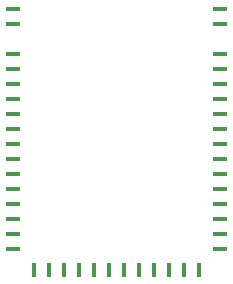
<source format=gbr>
G04 DipTrace 3.1.0.1*
G04 TopPaste.gbr*
%MOIN*%
G04 #@! TF.FileFunction,Paste,Top*
G04 #@! TF.Part,Single*
%ADD50R,0.051181X0.01378*%
%ADD52R,0.01378X0.051181*%
%FSLAX26Y26*%
G04*
G70*
G90*
G75*
G01*
G04 TopPaste*
%LPD*%
D52*
X1318701Y1232283D3*
X1268701D3*
X1368701D3*
X1418701D3*
X1468701D3*
X1518701D3*
X1568701D3*
X1218701D3*
X1168701D3*
X1118701D3*
X1068701D3*
X1018701D3*
D50*
X949213Y1300984D3*
X1638189D3*
Y1350984D3*
Y1400984D3*
Y1450984D3*
Y1500984D3*
Y1550984D3*
Y1600984D3*
Y1650984D3*
Y1750984D3*
Y1800984D3*
Y1700984D3*
Y1850984D3*
Y1900984D3*
Y1950984D3*
X949213Y1350984D3*
Y1400984D3*
Y1450984D3*
Y1500984D3*
Y1550984D3*
Y1600984D3*
Y1650984D3*
Y1750984D3*
Y1800984D3*
Y1700984D3*
Y1850984D3*
Y1900984D3*
Y1950984D3*
X1638189Y2050984D3*
Y2100984D3*
X949213Y2050984D3*
Y2100984D3*
M02*

</source>
